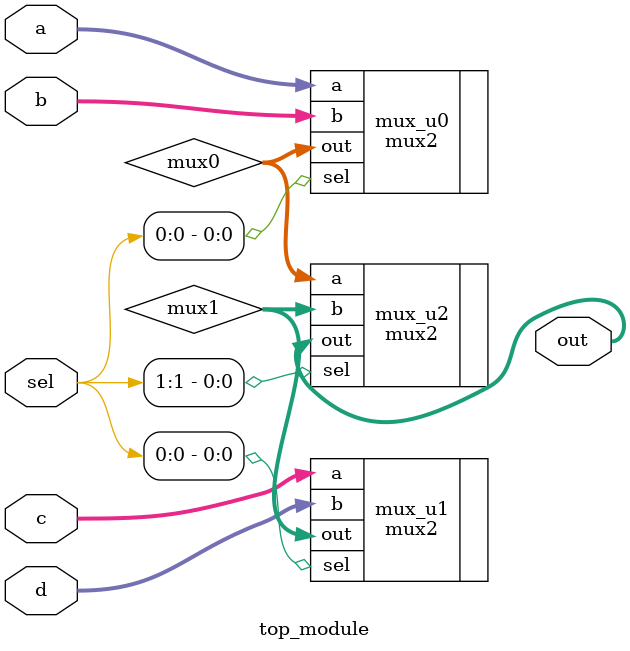
<source format=v>

`default_nettype none

module top_module (
    input   [1:0]   sel,
    input   [7:0]   a,
    input   [7:0]   b,
    input   [7:0]   c,
    input   [7:0]   d,
    output  [7:0]   out
);

    wire    [7:0]   mux0;
    wire    [7:0]   mux1;

    mux2 mux_u0 (
        .sel    ( sel[0]    ),
        .a      ( a         ),
        .b      ( b         ),
        .out    ( mux0      )
    );

    mux2 mux_u1 (
        .sel    ( sel[0]    ),
        .a      ( c         ),
        .b      ( d         ),
        .out    ( mux1      )
    );

    mux2 mux_u2 (
        .sel    ( sel[1]    ),
        .a      ( mux0      ),
        .b      ( mux1      ),
        .out    ( out       )
    );

endmodule
</source>
